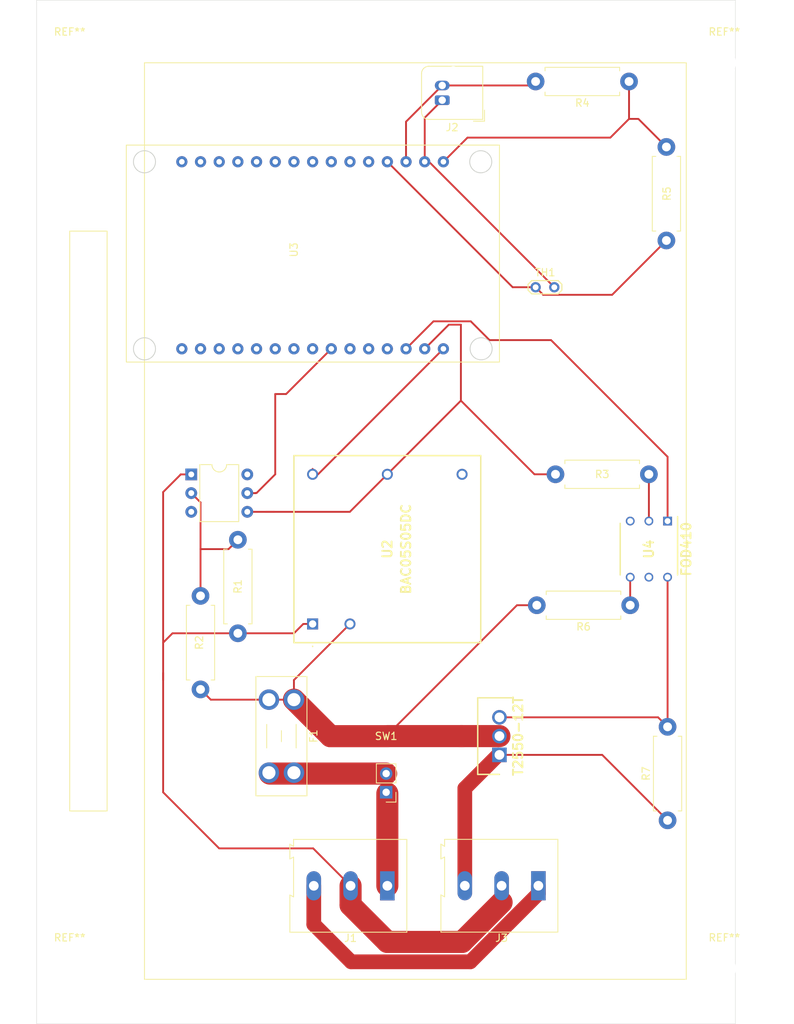
<source format=kicad_pcb>
(kicad_pcb (version 20211014) (generator pcbnew)
  (layers (0 "F.Cu" signal) (31 "B.Cu" signal) (34 "B.Paste" user) (35 "F.Paste" user) (36 "B.SilkS" user "B.Silkscreen") (37 "F.SilkS" user "F.Silkscreen") (38 "B.Mask" user) (39 "F.Mask" user) (44 "Edge.Cuts" user))
  (net 0 "")
  (net 1 "Live (Black)")
  (net 2 "Net-(F1-Pad1)")
  (net 3 "Net-(F1-Pad2)")
  (net 7 "Net-(U2-Pad5)")
  (net 8 "Net-(R1-Pad2)")
  (net 10 "Net-(U3-Pad3)")
  (net 32 "Earth (Green)")
  (net 33 "Net-(U1-Pad5)")
  (net 34 "Neutral (White)")
  (net 35 "Net-(R3-Pad1)")
  (net 36 "Net-(R3-Pad2)")
  (net 37 "Net-(J2-Pad1)")
  (net 38 "Net-(J2-Pad2)")
  (net 39 "Net-(J3-Pad3)")
  (net 40 "Net-(R6-Pad1)")
  (net 41 "Net-(R7-Pad2)")
  (net 42 "Net-(R5-Pad1)")
  (net 43 "Net-(R4-Pad1)")
  (footprint "TerminalBlock:TerminalBlock_Altech_AK300-3_P5.00mm" (layer "F.Cu") (at 96.895 142.23 180)
    (fp_text reference "J3" (at 5 -7.1) (layer "F.SilkS"))
    (fp_text value "AC output terminal")
    (fp_line (start -2.65 6.3) (end 12.75 6.3) (layer "F.SilkS") (width 0.12))
    (fp_line (start 12.75 5.35) (end 13.25 5.65) (layer "F.SilkS") (width 0.12))
    (fp_line (start 12.75 3.9) (end 12.75 -1.5) (layer "F.SilkS") (width 0.12))
    (fp_line (start 13.25 -6.3) (end -2.65 -6.3) (layer "F.SilkS") (width 0.12))
    (fp_line (start 12.75 6.3) (end 12.75 5.35) (layer "F.SilkS") (width 0.12))
    (fp_line (start 13.25 5.65) (end 13.25 3.65) (layer "F.SilkS") (width 0.12))
    (fp_line (start 12.75 -1.5) (end 13.25 -1.25) (layer "F.SilkS") (width 0.12))
    (fp_line (start 13.25 -1.25) (end 13.25 -6.3) (layer "F.SilkS") (width 0.12))
    (fp_line (start -2.65 -6.3) (end -2.65 6.3) (layer "F.SilkS") (width 0.12))
    (fp_line (start 13.25 3.65) (end 12.75 3.9) (layer "F.SilkS") (width 0.12))
    (pad "1" thru_hole rect (at 0 0 180) (size 1.98 3.96) (drill 1.32) (layers *.Cu *.Mask) (net 32 "Earth (Green)"))
    (pad "2" thru_hole oval (at 5 0 180) (size 1.98 3.96) (drill 1.32) (layers *.Cu *.Mask) (net 34 "Neutral (White)"))
    (pad "3" thru_hole oval (at 10 0 180) (size 1.98 3.96) (drill 1.32) (layers *.Cu *.Mask) (net 39 "Net-(J3-Pad3)"))
  )
  (footprint "Resistor_THT:R_Axial_DIN0411_L9.9mm_D3.6mm_P12.70mm_Horizontal" (layer "F.Cu") (at 111.92 86.36 180)
    (fp_text reference "R3" (at 6.35 0 180) (layer "F.SilkS"))
    (fp_text value "150")
    (fp_line (start 1.28 -1.44) (end 1.28 -1.92) (layer "F.SilkS") (width 0.12))
    (fp_line (start 11.42 1.92) (end 11.42 1.44) (layer "F.SilkS") (width 0.12))
    (fp_line (start 1.28 1.44) (end 1.28 1.92) (layer "F.SilkS") (width 0.12))
    (fp_line (start 1.28 -1.92) (end 11.42 -1.92) (layer "F.SilkS") (width 0.12))
    (fp_line (start 11.42 -1.92) (end 11.42 -1.44) (layer "F.SilkS") (width 0.12))
    (fp_line (start 1.28 1.92) (end 11.42 1.92) (layer "F.SilkS") (width 0.12))
    (pad "1" thru_hole circle (at 0 0 180) (size 2.4 2.4) (drill 1.2) (layers *.Cu *.Mask) (net 35 "Net-(R3-Pad1)"))
    (pad "2" thru_hole oval (at 12.7 0 180) (size 2.4 2.4) (drill 1.2) (layers *.Cu *.Mask) (net 36 "Net-(R3-Pad2)"))
  )
  (footprint "Library:TO255P460X1020X2005-3P" (layer "F.Cu") (at 91.6 124.46 90)
    (fp_text reference "U5" hide)
    (fp_text value "T2550-12T" (at 2.54 2.54 90) (layer "F.SilkS") (effects (font (size 1.27 1.27) (thickness 0.254))))
    (fp_line (start 7.75 1.65) (end 7.75 -2.95) (layer "F.SilkS") (width 0.2))
    (fp_line (start -2.65 -2.95) (end -2.65 0) (layer "F.SilkS") (width 0.2))
    (fp_line (start 7.75 -2.95) (end -2.65 -2.95) (layer "F.SilkS") (width 0.2))
    (pad "1" thru_hole rect (at 0 0 90) (size 1.98 1.98) (drill 1.32) (layers *.Cu *.Mask) (net 39 "Net-(J3-Pad3)"))
    (pad "2" thru_hole circle (at 2.55 0 90) (size 1.98 1.98) (drill 1.32) (layers *.Cu *.Mask) (net 2 "Net-(F1-Pad1)"))
    (pad "3" thru_hole circle (at 5.1 0 90) (size 1.98 1.98) (drill 1.32) (layers *.Cu *.Mask) (net 41 "Net-(R7-Pad2)"))
  )
  (footprint "Library:BAC05S05DC" (layer "F.Cu") (at 66.2 106.68 90)
    (fp_text reference "U2" (at 10.16 10.16 90) (layer "F.SilkS") (effects (font (size 1.27 1.27) (thickness 0.254))))
    (fp_text value "BAC05S05DC" (at 10.16 12.7 90) (layer "F.SilkS") (effects (font (size 1.27 1.27) (thickness 0.254))))
    (fp_line (start -2.54 22.86) (end -2.54 -2.54) (layer "F.SilkS") (width 0.2))
    (fp_line (start -3 0) (end -3 0) (layer "F.SilkS") (width 0.1))
    (fp_line (start -3.1 0) (end -3.1 0) (layer "F.SilkS") (width 0.1))
    (fp_line (start 22.86 22.86) (end -2.54 22.86) (layer "F.SilkS") (width 0.2))
    (fp_line (start 22.86 -2.54) (end 22.86 22.86) (layer "F.SilkS") (width 0.2))
    (fp_line (start -2.54 -2.54) (end 22.86 -2.54) (layer "F.SilkS") (width 0.2))
    (fp_arc (start -3.1 0) (mid -3.05 -0.05) (end -3 0) (layer "F.SilkS") (width 0.1))
    (fp_arc (start -3 0) (mid -3.05 0.05) (end -3.1 0) (layer "F.SilkS") (width 0.1))
    (pad "1" thru_hole rect (at 0 0 90) (size 1.5 1.5) (drill 1) (layers *.Cu *.Mask) (net 34 "Neutral (White)"))
    (pad "2" thru_hole circle (at 0 5.08 90) (size 1.5 1.5) (drill 1) (layers *.Cu *.Mask) (net 2 "Net-(F1-Pad1)"))
    (pad "3" thru_hole circle (at 20.32 20.32 90) (size 1.5 1.5) (drill 1) (layers *.Cu *.Mask))
    (pad "4" thru_hole circle (at 20.32 10.16 90) (size 1.5 1.5) (drill 1) (layers *.Cu *.Mask) (net 36 "Net-(R3-Pad2)"))
    (pad "5" thru_hole circle (at 20.32 0 90) (size 1.5 1.5) (drill 1) (layers *.Cu *.Mask) (net 7 "Net-(U2-Pad5)"))
  )
  (footprint "Connector_PinHeader_2.54mm:PinHeader_1x02_P2.54mm_Vertical" (layer "F.Cu") (at 76.2 129.54 180)
    (fp_text reference "SW1" (at 0 7.62) (layer "F.SilkS"))
    (fp_text value "SW_SPST")
    (fp_line (start -1.33 1.27) (end 1.33 1.27) (layer "F.SilkS") (width 0.12))
    (fp_line (start 1.33 1.27) (end 1.33 3.87) (layer "F.SilkS") (width 0.12))
    (fp_line (start -1.33 -1.33) (end 0 -1.33) (layer "F.SilkS") (width 0.12))
    (fp_line (start -1.33 0) (end -1.33 -1.33) (layer "F.SilkS") (width 0.12))
    (fp_line (start -1.33 1.27) (end -1.33 3.87) (layer "F.SilkS") (width 0.12))
    (fp_line (start -1.33 3.87) (end 1.33 3.87) (layer "F.SilkS") (width 0.12))
    (pad "1" thru_hole rect (at 0 0 180) (size 1.7 1.7) (drill 1) (layers *.Cu *.Mask) (net 1 "Live (Black)"))
    (pad "2" thru_hole oval (at 0 2.54 180) (size 1.7 1.7) (drill 1) (layers *.Cu *.Mask) (net 3 "Net-(F1-Pad2)"))
  )
  (footprint "esp-wroom-32:esp-wroom-32-devboard" (layer "F.Cu") (at 66.2 55.88 -90)
    (fp_text reference "U3" (at 0 2.54 -270 unlocked) (layer "F.SilkS"))
    (fp_text value "esp-wroom-32-devboard")
    (fp_rect (start -14.223111 -25.4) (end 15.24 25.327597) (layer "F.SilkS") (width 0.12) (fill none))
    (fp_circle (center -11.96 -22.86) (end -10.46 -22.86) (layer "Edge.Cuts") (width 0.12) (fill none))
    (fp_circle (center 13.44 22.86) (end 14.94 22.86) (layer "Edge.Cuts") (width 0.12) (fill none))
    (fp_circle (center 13.435896 -22.909926) (end 14.935896 -22.909926) (layer "Edge.Cuts") (width 0.12) (fill none))
    (fp_circle (center -11.96 22.86) (end -10.46 22.86) (layer "Edge.Cuts") (width 0.12) (fill none))
    (pad "1" thru_hole circle (at 13.44 -17.78 270) (size 1.524 1.524) (drill 0.762) (layers *.Cu *.Mask) (net 7 "Net-(U2-Pad5)"))
    (pad "2" thru_hole circle (at 13.44 -15.24 270) (size 1.524 1.524) (drill 0.762) (layers *.Cu *.Mask) (net 36 "Net-(R3-Pad2)"))
    (pad "3" thru_hole circle (at 13.44 -12.7 270) (size 1.524 1.524) (drill 0.762) (layers *.Cu *.Mask) (net 10 "Net-(U3-Pad3)"))
    (pad "4" thru_hole circle (at 13.44 -10.16 270) (size 1.524 1.524) (drill 0.762) (layers *.Cu *.Mask))
    (pad "5" thru_hole circle (at 13.44 -7.62 270) (size 1.524 1.524) (drill 0.762) (layers *.Cu *.Mask))
    (pad "6" thru_hole circle (at 13.44 -5.08 270) (size 1.524 1.524) (drill 0.762) (layers *.Cu *.Mask))
    (pad "7" thru_hole circle (at 13.44 -2.54 270) (size 1.524 1.524) (drill 0.762) (layers *.Cu *.Mask) (net 33 "Net-(U1-Pad5)"))
    (pad "8" thru_hole circle (at 13.44 0 270) (size 1.524 1.524) (drill 0.762) (layers *.Cu *.Mask))
    (pad "9" thru_hole circle (at 13.44 2.54 270) (size 1.524 1.524) (drill 0.762) (layers *.Cu *.Mask))
    (pad "10" thru_hole circle (at 13.44 5.08 270) (size 1.524 1.524) (drill 0.762) (layers *.Cu *.Mask))
    (pad "11" thru_hole circle (at 13.44 7.62 270) (size 1.524 1.524) (drill 0.762) (layers *.Cu *.Mask))
    (pad "12" thru_hole circle (at 13.44 10.16 270) (size 1.524 1.524) (drill 0.762) (layers *.Cu *.Mask))
    (pad "13" thru_hole circle (at 13.44 12.7 270) (size 1.524 1.524) (drill 0.762) (layers *.Cu *.Mask))
    (pad "14" thru_hole circle (at 13.44 15.24 270) (size 1.524 1.524) (drill 0.762) (layers *.Cu *.Mask))
    (pad "15" thru_hole circle (at 13.44 17.78 270) (size 1.524 1.524) (drill 0.762) (layers *.Cu *.Mask))
    (pad "16" thru_hole circle (at -11.96 -17.78 270) (size 1.524 1.524) (drill 0.762) (layers *.Cu *.Mask) (net 43 "Net-(R4-Pad1)"))
    (pad "17" thru_hole circle (at -11.96 -15.24 270) (size 1.524 1.524) (drill 0.762) (layers *.Cu *.Mask) (net 37 "Net-(J2-Pad1)"))
    (pad "18" thru_hole circle (at -11.96 -12.7 270) (size 1.524 1.524) (drill 0.762) (layers *.Cu *.Mask) (net 38 "Net-(J2-Pad2)"))
    (pad "19" thru_hole circle (at -11.96 -10.16 270) (size 1.524 1.524) (drill 0.762) (layers *.Cu *.Mask) (net 42 "Net-(R5-Pad1)"))
    (pad "20" thru_hole circle (at -11.96 -7.62 270) (size 1.524 1.524) (drill 0.762) (layers *.Cu *.Mask))
    (pad "21" thru_hole circle (at -11.96 -5.08 270) (size 1.524 1.524) (drill 0.762) (layers *.Cu *.Mask))
    (pad "22" thru_hole circle (at -11.96 -2.54 270) (size 1.524 1.524) (drill 0.762) (layers *.Cu *.Mask))
    (pad "23" thru_hole circle (at -11.96 0 270) (size 1.524 1.524) (drill 0.762) (layers *.Cu *.Mask))
    (pad "24" thru_hole circle (at -11.96 2.54 270) (size 1.524 1.524) (drill 0.762) (layers *.Cu *.Mask))
    (pad "25" thru_hole circle (at -11.96 5.08 270) (size 1.524 1.524) (drill 0.762) (layers *.Cu *.Mask))
    (pad "26" thru_hole circle (at -11.96 7.62 270) (size 1.524 1.524) (drill 0.762) (layers *.Cu *.Mask))
    (pad "27" thru_hole circle (at -11.96 10.16 270) (size 1.524 1.524) (drill 0.762) (layers *.Cu *.Mask))
    (pad "28" thru_hole circle (at -11.96 12.7 270) (size 1.524 1.524) (drill 0.762) (layers *.Cu *.Mask))
    (pad "29" thru_hole circle (at -11.96 15.24 270) (size 1.524 1.524) (drill 0.762) (layers *.Cu *.Mask))
    (pad "30" thru_hole circle (at -11.96 17.78 270) (size 1.524 1.524) (drill 0.762) (layers *.Cu *.Mask))
  )
  (footprint "MountingHole:MountingHole_3.2mm_M3" (layer "F.Cu") (at 33.18 30.48)
    (fp_text reference "REF**" (at 0 -4.2) (layer "F.SilkS"))
    (fp_text value "MountingHole_3.2mm_M3")
    (pad "" np_thru_hole circle locked (at 0 0) (size 3.2 3.2) (drill 3.2) (layers *.Cu *.Mask))
  )
  (footprint "Package_DIP:DIP-6_W7.62mm" (layer "F.Cu") (at 49.7 86.375)
    (fp_text reference "U1" hide)
    (fp_text value "4N25")
    (fp_line (start 6.46 -1.33) (end 4.81 -1.33) (layer "F.SilkS") (width 0.12))
    (fp_line (start 6.46 6.41) (end 6.46 -1.33) (layer "F.SilkS") (width 0.12))
    (fp_line (start 2.81 -1.33) (end 1.16 -1.33) (layer "F.SilkS") (width 0.12))
    (fp_line (start 1.16 6.41) (end 6.46 6.41) (layer "F.SilkS") (width 0.12))
    (fp_line (start 1.16 -1.33) (end 1.16 6.41) (layer "F.SilkS") (width 0.12))
    (fp_arc (start 4.81 -1.33) (mid 3.81 -0.33) (end 2.81 -1.33) (layer "F.SilkS") (width 0.12))
    (pad "1" thru_hole rect (at 0 0) (size 1.6 1.6) (drill 0.8) (layers *.Cu *.Mask) (net 34 "Neutral (White)"))
    (pad "2" thru_hole oval (at 0 2.54) (size 1.6 1.6) (drill 0.8) (layers *.Cu *.Mask) (net 8 "Net-(R1-Pad2)"))
    (pad "3" thru_hole oval (at 0 5.08) (size 1.6 1.6) (drill 0.8) (layers *.Cu *.Mask))
    (pad "4" thru_hole oval (at 7.62 5.08) (size 1.6 1.6) (drill 0.8) (layers *.Cu *.Mask) (net 36 "Net-(R3-Pad2)"))
    (pad "5" thru_hole oval (at 7.62 2.54) (size 1.6 1.6) (drill 0.8) (layers *.Cu *.Mask) (net 33 "Net-(U1-Pad5)"))
    (pad "6" thru_hole oval (at 7.62 0) (size 1.6 1.6) (drill 0.8) (layers *.Cu *.Mask))
  )
  (footprint "TerminalBlock:TerminalBlock_Altech_AK300-3_P5.00mm" (layer "F.Cu") (at 76.36 142.24 180)
    (fp_text reference "J1" (at 5 -7.1) (layer "F.SilkS"))
    (fp_text value "AC Input terminal")
    (fp_line (start 13.25 -1.25) (end 13.25 -6.3) (layer "F.SilkS") (width 0.12))
    (fp_line (start 12.75 6.3) (end 12.75 5.35) (layer "F.SilkS") (width 0.12))
    (fp_line (start 13.25 3.65) (end 12.75 3.9) (layer "F.SilkS") (width 0.12))
    (fp_line (start 13.25 5.65) (end 13.25 3.65) (layer "F.SilkS") (width 0.12))
    (fp_line (start 13.25 -6.3) (end -2.65 -6.3) (layer "F.SilkS") (width 0.12))
    (fp_line (start -2.65 6.3) (end 12.75 6.3) (layer "F.SilkS") (width 0.12))
    (fp_line (start 12.75 5.35) (end 13.25 5.65) (layer "F.SilkS") (width 0.12))
    (fp_line (start -2.65 -6.3) (end -2.65 6.3) (layer "F.SilkS") (width 0.12))
    (fp_line (start 12.75 3.9) (end 12.75 -1.5) (layer "F.SilkS") (width 0.12))
    (fp_line (start 12.75 -1.5) (end 13.25 -1.25) (layer "F.SilkS") (width 0.12))
    (pad "1" thru_hole rect (at 0 0 180) (size 1.98 3.96) (drill 1.32) (layers *.Cu *.Mask) (net 1 "Live (Black)"))
    (pad "2" thru_hole oval (at 5 0 180) (size 1.98 3.96) (drill 1.32) (layers *.Cu *.Mask) (net 34 "Neutral (White)"))
    (pad "3" thru_hole oval (at 10 0 180) (size 1.98 3.96) (drill 1.32) (layers *.Cu *.Mask) (net 32 "Earth (Green)"))
  )
  (footprint "Resistor_THT:R_Axial_DIN0411_L9.9mm_D3.6mm_P12.70mm_Horizontal" (layer "F.Cu") (at 109.38 104.14 180)
    (fp_text reference "R6" (at 6.35 -2.92) (layer "F.SilkS"))
    (fp_text value "180")
    (fp_line (start 1.28 -1.92) (end 11.42 -1.92) (layer "F.SilkS") (width 0.12))
    (fp_line (start 11.42 1.92) (end 11.42 1.44) (layer "F.SilkS") (width 0.12))
    (fp_line (start 11.42 -1.92) (end 11.42 -1.44) (layer "F.SilkS") (width 0.12))
    (fp_line (start 1.28 1.92) (end 11.42 1.92) (layer "F.SilkS") (width 0.12))
    (fp_line (start 1.28 -1.44) (end 1.28 -1.92) (layer "F.SilkS") (width 0.12))
    (fp_line (start 1.28 1.44) (end 1.28 1.92) (layer "F.SilkS") (width 0.12))
    (pad "1" thru_hole circle (at 0 0 180) (size 2.4 2.4) (drill 1.2) (layers *.Cu *.Mask) (net 40 "Net-(R6-Pad1)"))
    (pad "2" thru_hole oval (at 12.7 0 180) (size 2.4 2.4) (drill 1.2) (layers *.Cu *.Mask) (net 2 "Net-(F1-Pad1)"))
  )
  (footprint "TestPoint:TestPoint_2Pads_Pitch2.54mm_Drill0.8mm" (layer "F.Cu") (at 96.52 60.96)
    (fp_text reference "TH1" (at 1.3 -2) (layer "F.SilkS"))
    (fp_text value "Thermistor_NTC")
    (fp_line (start -1.03 0.4) (end -1.03 -0.4) (layer "F.SilkS") (width 0.15))
    (fp_line (start -0.53 -0.9) (end 3.07 -0.9) (layer "F.SilkS") (width 0.15))
    (fp_line (start -1.03 -0.4) (end -0.53 -0.9) (layer "F.SilkS") (width 0.15))
    (fp_line (start 3.07 0.9) (end -0.53 0.9) (layer "F.SilkS") (width 0.15))
    (fp_line (start 3.57 0.4) (end 3.07 0.9) (layer "F.SilkS") (width 0.15))
    (fp_line (start -0.53 0.9) (end -1.03 0.4) (layer "F.SilkS") (width 0.15))
    (fp_line (start 3.57 -0.4) (end 3.57 0.4) (layer "F.SilkS") (width 0.15))
    (fp_line (start 3.07 -0.9) (end 3.57 -0.4) (layer "F.SilkS") (width 0.15))
    (pad "1" thru_hole circle (at 0 0) (size 1.4 1.4) (drill 0.8) (layers *.Cu *.Mask) (net 42 "Net-(R5-Pad1)"))
    (pad "2" thru_hole circle (at 2.54 0) (size 1.4 1.4) (drill 0.8) (layers *.Cu *.Mask) (net 37 "Net-(J2-Pad1)"))
  )
  (footprint "Connector_JST:JST_JWPF_B02B-JWPF-SK-R_1x02_P2.00mm_Vertical" (layer "F.Cu") (at 83.82 35.56 180)
    (fp_text reference "J2" (at -1.35 -3.7) (layer "F.SilkS"))
    (fp_text value "Conn_01x02_Male")
    (fp_line (start -5.75 -1.35) (end -5.75 -2.85) (layer "F.SilkS") (width 0.12))
    (fp_line (start -5.51 -2.61) (end -5.51 4.61) (layer "F.SilkS") (width 0.12))
    (fp_line (start -5.51 4.61) (end 1.81 4.61) (layer "F.SilkS") (width 0.12))
    (fp_line (start 1.81 -2.61) (end -5.51 -2.61) (layer "F.SilkS") (width 0.12))
    (fp_line (start 2.81 -1.61) (end 2.81 3.61) (layer "F.SilkS") (width 0.12))
    (fp_line (start -5.75 -2.85) (end -4.25 -2.85) (layer "F.SilkS") (width 0.12))
    (fp_arc (start 1.81 -2.61) (mid 2.517107 -2.317107) (end 2.81 -1.61) (layer "F.SilkS") (width 0.12))
    (fp_arc (start 2.81 3.61) (mid 2.517107 4.317107) (end 1.81 4.61) (layer "F.SilkS") (width 0.12))
    (pad "" np_thru_hole circle (at -1.5 4.05 180) (size 1.15 1.15) (drill 1.15) (layers *.Cu *.Mask))
    (pad "1" thru_hole roundrect (at 0 0 180) (size 2 1.3) (drill 1) (layers *.Cu *.Mask) (roundrect_rratio 0.192308) (net 37 "Net-(J2-Pad1)"))
    (pad "2" thru_hole oval (at 0 2 180) (size 2 1.3) (drill 1) (layers *.Cu *.Mask) (net 38 "Net-(J2-Pad2)"))
  )
  (footprint "Resistor_THT:R_Axial_DIN0411_L9.9mm_D3.6mm_P12.70mm_Horizontal" (layer "F.Cu") (at 114.3 54.61 90)
    (fp_text reference "R5" (at 6.35 0.07 90) (layer "F.SilkS"))
    (fp_text value "10k")
    (fp_line (start 1.28 -1.44) (end 1.28 -1.92) (layer "F.SilkS") (width 0.12))
    (fp_line (start 1.28 -1.92) (end 11.42 -1.92) (layer "F.SilkS") (width 0.12))
    (fp_line (start 11.42 1.92) (end 11.42 1.44) (layer "F.SilkS") (width 0.12))
    (fp_line (start 11.42 -1.92) (end 11.42 -1.44) (layer "F.SilkS") (width 0.12))
    (fp_line (start 1.28 1.92) (end 11.42 1.92) (layer "F.SilkS") (width 0.12))
    (fp_line (start 1.28 1.44) (end 1.28 1.92) (layer "F.SilkS") (width 0.12))
    (pad "1" thru_hole circle (at 0 0 90) (size 2.4 2.4) (drill 1.2) (layers *.Cu *.Mask) (net 42 "Net-(R5-Pad1)"))
    (pad "2" thru_hole oval (at 12.7 0 90) (size 2.4 2.4) (drill 1.2) (layers *.Cu *.Mask) (net 43 "Net-(R4-Pad1)"))
  )
  (footprint "Fuse:Fuseholder_Blade_Mini_Keystone_3568" (layer "F.Cu") (at 63.66 116.96 -90)
    (fp_text reference "F1" (at 4.96 -2.67 90) (layer "F.SilkS"))
    (fp_text value "Fuse")
    (fp_line (start -3.14 -1.77) (end -3.14 5.17) (layer "F.SilkS") (width 0.12))
    (fp_line (start 4.21 1.7) (end 5.71 1.7) (layer "F.SilkS") (width 0.12))
    (fp_line (start 13.06 5.17) (end 13.06 -1.77) (layer "F.SilkS") (width 0.12))
    (fp_line (start 3.36 -0.3) (end 6.56 -0.3) (layer "F.SilkS") (width 0.12))
    (fp_line (start 6.56 3.7) (end 3.36 3.7) (layer "F.SilkS") (width 0.12))
    (fp_line (start -3.14 5.17) (end 13.06 5.17) (layer "F.SilkS") (width 0.12))
    (fp_line (start 13.06 -1.77) (end -3.14 -1.77) (layer "F.SilkS") (width 0.12))
    (pad "1" thru_hole circle (at 0 3.4 270) (size 2.78 2.78) (drill 1.78) (layers *.Cu *.Mask) (net 2 "Net-(F1-Pad1)"))
    (pad "1" thru_hole circle (at 0 0 270) (size 2.78 2.78) (drill 1.78) (layers *.Cu *.Mask) (net 2 "Net-(F1-Pad1)"))
    (pad "2" thru_hole circle (at 9.92 0 270) (size 2.78 2.78) (drill 1.78) (layers *.Cu *.Mask) (net 3 "Net-(F1-Pad2)"))
    (pad "2" thru_hole circle (at 9.92 3.4 270) (size 2.78 2.78) (drill 1.78) (layers *.Cu *.Mask) (net 3 "Net-(F1-Pad2)"))
  )
  (footprint "Resistor_THT:R_Axial_DIN0411_L9.9mm_D3.6mm_P12.70mm_Horizontal" (layer "F.Cu") (at 109.22 33.02 180)
    (fp_text reference "R4" (at 6.35 -2.92) (layer "F.SilkS"))
    (fp_text value "10k")
    (fp_line (start 1.28 1.92) (end 11.42 1.92) (layer "F.SilkS") (width 0.12))
    (fp_line (start 1.28 1.44) (end 1.28 1.92) (layer "F.SilkS") (width 0.12))
    (fp_line (start 1.28 -1.92) (end 11.42 -1.92) (layer "F.SilkS") (width 0.12))
    (fp_line (start 11.42 -1.92) (end 11.42 -1.44) (layer "F.SilkS") (width 0.12))
    (fp_line (start 11.42 1.92) (end 11.42 1.44) (layer "F.SilkS") (width 0.12))
    (fp_line (start 1.28 -1.44) (end 1.28 -1.92) (layer "F.SilkS") (width 0.12))
    (pad "1" thru_hole circle (at 0 0 180) (size 2.4 2.4) (drill 1.2) (layers *.Cu *.Mask) (net 43 "Net-(R4-Pad1)"))
    (pad "2" thru_hole oval (at 12.7 0 180) (size 2.4 2.4) (drill 1.2) (layers *.Cu *.Mask) (net 38 "Net-(J2-Pad2)"))
  )
  (footprint "Library:DIP762W60P254L730H450Q6N" (layer "F.Cu") (at 111.92 96.52 -90)
    (fp_text reference "U4" (at 0 0 90) (layer "F.SilkS") (effects (font (size 1.27 1.27) (thickness 0.254))))
    (fp_text value "FOD410" (at 0 -5.08 90) (layer "F.SilkS") (effects (font (size 1.27 1.27) (thickness 0.254))))
    (fp_line (start -4.41 -3.9) (end 3.5 -3.9) (layer "F.SilkS") (width 0.2))
    (fp_line (start -3.5 3.9) (end 3.5 3.9) (layer "F.SilkS") (width 0.2))
    (pad "1" thru_hole rect (at -3.81 -2.54 270) (size 1.2 1.2) (drill 0.8) (layers *.Cu *.Mask) (net 10 "Net-(U3-Pad3)"))
    (pad "2" thru_hole circle (at -3.81 0 270) (size 1.2 1.2) (drill 0.8) (layers *.Cu *.Mask) (net 35 "Net-(R3-Pad1)"))
    (pad "3" thru_hole circle (at -3.81 2.54 270) (size 1.2 1.2) (drill 0.8) (layers *.Cu *.Mask))
    (pad "4" thru_hole circle (at 3.81 2.54 270) (size 1.2 1.2) (drill 0.8) (layers *.Cu *.Mask) (net 40 "Net-(R6-Pad1)"))
    (pad "5" thru_hole circle (at 3.81 0 270) (size 1.2 1.2) (drill 0.8) (layers *.Cu *.Mask))
    (pad "6" thru_hole circle (at 3.81 -2.54 270) (size 1.2 1.2) (drill 0.8) (layers *.Cu *.Mask) (net 41 "Net-(R7-Pad2)"))
  )
  (footprint "Resistor_THT:R_Axial_DIN0411_L9.9mm_D3.6mm_P12.70mm_Horizontal" (layer "F.Cu") (at 50.96 102.87 -90)
    (fp_text reference "R2" (at 6.35 0.16 -90) (layer "F.SilkS"))
    (fp_text value "15K")
    (fp_line (start 1.28 -1.92) (end 11.42 -1.92) (layer "F.SilkS") (width 0.12))
    (fp_line (start 1.28 1.92) (end 11.42 1.92) (layer "F.SilkS") (width 0.12))
    (fp_line (start 1.28 -1.44) (end 1.28 -1.92) (layer "F.SilkS") (width 0.12))
    (fp_line (start 11.42 1.92) (end 11.42 1.44) (layer "F.SilkS") (width 0.12))
    (fp_line (start 11.42 -1.92) (end 11.42 -1.44) (layer "F.SilkS") (width 0.12))
    (fp_line (start 1.28 1.44) (end 1.28 1.92) (layer "F.SilkS") (width 0.12))
    (pad "1" thru_hole circle (at 0 0 270) (size 2.4 2.4) (drill 1.2) (layers *.Cu *.Mask) (net 8 "Net-(R1-Pad2)"))
    (pad "2" thru_hole oval (at 12.7 0 270) (size 2.4 2.4) (drill 1.2) (layers *.Cu *.Mask) (net 2 "Net-(F1-Pad1)"))
  )
  (footprint "MountingHole:MountingHole_3.2mm_M3" (layer "F.Cu") (at 122.18 30.48)
    (fp_text reference "REF**" (at 0 -4.2) (layer "F.SilkS"))
    (fp_text value "MountingHole_3.2mm_M3")
    (pad "" np_thru_hole circle locked (at 0 0) (size 3.2 3.2) (drill 3.2) (layers *.Cu *.Mask))
  )
  (footprint "MountingHole:MountingHole_3.2mm_M3" (layer "F.Cu") (at 33.18 153.48)
    (fp_text reference "REF**" (at 0 -4.2) (layer "F.SilkS"))
    (fp_text value "MountingHole_3.2mm_M3")
    (pad "" np_thru_hole circle locked (at 0 0) (size 3.2 3.2) (drill 3.2) (layers *.Cu *.Mask))
  )
  (footprint "MountingHole:MountingHole_3.2mm_M3" (layer "F.Cu") (at 122.18 153.48)
    (fp_text reference "REF**" (at 0 -4.2) (layer "F.SilkS"))
    (fp_text value "MountingHole_3.2mm_M3")
    (pad "" np_thru_hole circle locked (at 0 0) (size 3.2 3.2) (drill 3.2) (layers *.Cu *.Mask))
  )
  (footprint "Resistor_THT:R_Axial_DIN0411_L9.9mm_D3.6mm_P12.70mm_Horizontal" (layer "F.Cu") (at 56.04 107.95 90)
    (fp_text reference "R1" (at 6.35 0 90) (layer "F.SilkS"))
    (fp_text value "220")
    (fp_line (start 11.42 -1.92) (end 11.42 -1.44) (layer "F.SilkS") (width 0.12))
    (fp_line (start 1.28 1.44) (end 1.28 1.92) (layer "F.SilkS") (width 0.12))
    (fp_line (start 1.28 -1.92) (end 11.42 -1.92) (layer "F.SilkS") (width 0.12))
    (fp_line (start 1.28 -1.44) (end 1.28 -1.92) (layer "F.SilkS") (width 0.12))
    (fp_line (start 1.28 1.92) (end 11.42 1.92) (layer "F.SilkS") (width 0.12))
    (fp_line (start 11.42 1.92) (end 11.42 1.44) (layer "F.SilkS") (width 0.12))
    (pad "1" thru_hole circle (at 0 0 90) (size 2.4 2.4) (drill 1.2) (layers *.Cu *.Mask) (net 34 "Neutral (White)"))
    (pad "2" thru_hole oval (at 12.7 0 90) (size 2.4 2.4) (drill 1.2) (layers *.Cu *.Mask) (net 8 "Net-(R1-Pad2)"))
  )
  (footprint "Resistor_THT:R_Axial_DIN0411_L9.9mm_D3.6mm_P12.70mm_Horizontal" (layer "F.Cu") (at 114.46 133.35 90)
    (fp_text reference "R7" (at 6.35 -2.92 90) (layer "F.SilkS"))
    (fp_text value "145")
    (fp_line (start 11.42 -1.92) (end 11.42 -1.44) (layer "F.SilkS") (width 0.12))
    (fp_line (start 1.28 -1.44) (end 1.28 -1.92) (layer "F.SilkS") (width 0.12))
    (fp_line (start 1.28 1.44) (end 1.28 1.92) (layer "F.SilkS") (width 0.12))
    (fp_line (start 1.28 1.92) (end 11.42 1.92) (layer "F.SilkS") (width 0.12))
    (fp_line (start 1.28 -1.92) (end 11.42 -1.92) (layer "F.SilkS") (width 0.12))
    (fp_line (start 11.42 1.92) (end 11.42 1.44) (layer "F.SilkS") (width 0.12))
    (pad "1" thru_hole circle (at 0 0 90) (size 2.4 2.4) (drill 1.2) (layers *.Cu *.Mask) (net 39 "Net-(J3-Pad3)"))
    (pad "2" thru_hole oval (at 12.7 0 90) (size 2.4 2.4) (drill 1.2) (layers *.Cu *.Mask) (net 41 "Net-(R7-Pad2)"))
  )
  (gr_rect locked (start 43.34 30.48) (end 117 154.94) (layer "F.SilkS") (width 0.12) (fill none))
  (gr_rect locked (start 33.18 53.34) (end 38.26 132.08) (layer "F.SilkS") (width 0.12) (fill none))
  (gr_rect locked (start 28.68 21.98) (end 123.68 160.98) (layer "Edge.Cuts") (width 0.05) (fill none))
  (segment (start 52.35 116.96) (end 60.26 116.96) (width 0.25) (layer "F.Cu") (net 2))
  (segment (start 50.96 115.57) (end 52.35 116.96) (width 0.25) (layer "F.Cu") (net 2))
  (segment (start 86.37 121.91) (end 86.36 121.92) (width 0.25) (layer "F.Cu") (net 2))
  (segment (start 76.36 121.76) (end 76.36 121.92) (width 0.25) (layer "F.Cu") (net 2))
  (segment (start 63.66 116.96) (end 68.62 121.92) (width 3) (layer "F.Cu") (net 2))
  (segment (start 93.98 104.14) (end 81.28 116.84) (width 0.25) (layer "F.Cu") (net 2))
  (segment (start 61 116.96) (end 61.12 116.84) (width 0.25) (layer "F.Cu") (net 2))
  (segment (start 81.28 116.84) (end 76.36 121.76) (width 0.25) (layer "F.Cu") (net 2))
  (segment (start 91.6 121.91) (end 86.37 121.91) (width 3) (layer "F.Cu") (net 2))
  (segment (start 63.66 114.3) (end 63.66 116.96) (width 0.25) (layer "F.Cu") (net 2))
  (segment (start 60.26 116.96) (end 63.66 116.96) (width 0.25) (layer "F.Cu") (net 2))
  (segment (start 60.26 116.96) (end 61 116.96) (width 0.25) (layer "F.Cu") (net 2))
  (segment (start 76.37 121.91) (end 86.52 121.91) (width 3) (layer "F.Cu") (net 2))
  (segment (start 96.68 104.14) (end 96.52 104.14) (width 0.25) (layer "F.Cu") (net 2))
  (segment (start 71.28 106.68) (end 63.66 114.3) (width 0.25) (layer "F.Cu") (net 2))
  (segment (start 76.36 121.92) (end 76.37 121.91) (width 0.25) (layer "F.Cu") (net 2))
  (segment (start 68.62 121.92) (end 76.36 121.92) (width 3) (layer "F.Cu") (net 2))
  (segment (start 96.52 104.14) (end 93.98 104.14) (width 0.25) (layer "F.Cu") (net 2))
  (segment (start 76.2 127) (end 60.38 127) (width 3) (layer "F.Cu") (net 3))
  (segment (start 76.36 142.24) (end 76.36 129.7) (width 3) (layer "F.Cu") (net 3))
  (segment (start 76.2 142.08) (end 76.36 142.24) (width 0.25) (layer "F.Cu") (net 3))
  (segment (start 60.38 127) (end 60.26 126.88) (width 0.25) (layer "F.Cu") (net 3))
  (segment (start 76.36 129.7) (end 76.2 129.54) (width 0.25) (layer "F.Cu") (net 3))
  (segment (start 83.98 69.32) (end 66.94 86.36) (width 0.25) (layer "F.Cu") (net 7))
  (segment (start 66.94 86.36) (end 66.2 86.36) (width 0.25) (layer "F.Cu") (net 7))
  (segment (start 66.2 85.62) (end 66.2 86.36) (width 0.25) (layer "F.Cu") (net 7))
  (segment (start 49.7 88.915) (end 50.96 90.175) (width 0.25) (layer "F.Cu") (net 8))
  (segment (start 56.04 95.25) (end 54.77 96.52) (width 0.25) (layer "F.Cu") (net 8))
  (segment (start 50.96 90.175) (end 50.96 96.52) (width 0.25) (layer "F.Cu") (net 8))
  (segment (start 54.77 96.52) (end 50.96 96.52) (width 0.25) (layer "F.Cu") (net 8))
  (segment (start 50.96 96.52) (end 50.96 102.87) (width 0.25) (layer "F.Cu") (net 8))
  (segment (start 87.706176 65.59048) (end 82.62952 65.59048) (width 0.25) (layer "F.Cu") (net 10))
  (segment (start 98.618488 68.138488) (end 90.254184 68.138488) (width 0.25) (layer "F.Cu") (net 10))
  (segment (start 114.46 92.71) (end 114.46 83.98) (width 0.25) (layer "F.Cu") (net 10))
  (segment (start 90.254184 68.138488) (end 87.706176 65.59048) (width 0.25) (layer "F.Cu") (net 10))
  (segment (start 114.46 83.98) (end 98.618488 68.138488) (width 0.25) (layer "F.Cu") (net 10))
  (segment (start 82.62952 65.59048) (end 78.9 69.32) (width 0.25) (layer "F.Cu") (net 10))
  (segment (start 87.638178 152.55952) (end 71.43952 152.55952) (width 2) (layer "F.Cu") (net 32))
  (segment (start 71.43952 152.55952) (end 66.36 147.48) (width 2) (layer "F.Cu") (net 32))
  (segment (start 66.36 142.24) (end 66.2 142.24) (width 0.25) (layer "F.Cu") (net 32))
  (segment (start 96.895 142.23) (end 96.895 143.302698) (width 2) (layer "F.Cu") (net 32))
  (segment (start 66.36 147.48) (end 66.36 142.24) (width 2) (layer "F.Cu") (net 32))
  (segment (start 96.895 143.302698) (end 87.638178 152.55952) (width 2) (layer "F.Cu") (net 32))
  (segment (start 61.12 75.46) (end 62.6 75.46) (width 0.25) (layer "F.Cu") (net 33))
  (segment (start 61.12 75.46) (end 61.12 86.36) (width 0.25) (layer "F.Cu") (net 33))
  (segment (start 61.12 86.36) (end 58.58 88.9) (width 0.25) (layer "F.Cu") (net 33))
  (segment (start 62.6 75.46) (end 68.74 69.32) (width 0.25) (layer "F.Cu") (net 33))
  (segment (start 58.405 88.915) (end 58.42 88.9) (width 0.25) (layer "F.Cu") (net 33))
  (segment (start 57.32 88.915) (end 58.405 88.915) (width 0.25) (layer "F.Cu") (net 33))
  (segment (start 58.42 88.9) (end 58.58 88.9) (width 0.25) (layer "F.Cu") (net 33))
  (segment (start 91.895 142.23) (end 91.895 144.485) (width 0.25) (layer "F.Cu") (net 34))
  (segment (start 53.5 137.16) (end 45.88 129.54) (width 0.25) (layer "F.Cu") (net 34))
  (segment (start 66.28 137.16) (end 53.5 137.16) (width 0.25) (layer "F.Cu") (net 34))
  (segment (start 63.66 107.95) (end 47.15 107.95) (width 0.25) (layer "F.Cu") (net 34))
  (segment (start 45.88 88.77) (end 45.88 114.3) (width 0.25) (layer "F.Cu") (net 34))
  (segment (start 71.36 142.24) (end 66.28 137.16) (width 0.25) (layer "F.Cu") (net 34))
  (segment (start 45.88 129.54) (end 45.88 113.320978) (width 0.25) (layer "F.Cu") (net 34))
  (segment (start 76.36 149.86) (end 71.36 144.86) (width 3) (layer "F.Cu") (net 34))
  (segment (start 48.275 86.375) (end 45.88 88.77) (width 0.25) (layer "F.Cu") (net 34))
  (segment (start 47.15 107.95) (end 45.88 109.22) (width 0.25) (layer "F.Cu") (net 34))
  (segment (start 48.275 86.375) (end 48.245 86.375) (width 0.25) (layer "F.Cu") (net 34))
  (segment (start 64.93 106.68) (end 63.66 107.95) (width 0.25) (layer "F.Cu") (net 34))
  (segment (start 71.36 144.86) (end 71.36 142.24) (width 3) (layer "F.Cu") (net 34))
  (segment (start 91.895 144.485) (end 86.52 149.86) (width 3) (layer "F.Cu") (net 34))
  (segment (start 66.2 106.68) (end 64.93 106.68) (width 0.25) (layer "F.Cu") (net 34))
  (segment (start 86.52 149.86) (end 76.36 149.86) (width 3) (layer "F.Cu") (net 34))
  (segment (start 49.7 86.375) (end 48.275 86.375) (width 0.25) (layer "F.Cu") (net 34))
  (segment (start 111.92 86.36) (end 111.92 92.71) (width 0.25) (layer "F.Cu") (net 35))
  (segment (start 71.265 91.455) (end 76.36 86.36) (width 0.25) (layer "F.Cu") (net 36))
  (segment (start 59.86 91.455) (end 71.265 91.455) (width 0.25) (layer "F.Cu") (net 36))
  (segment (start 84.72 66.04) (end 86.36 66.04) (width 0.25) (layer "F.Cu") (net 36))
  (segment (start 96.36 86.36) (end 86.36 76.36) (width 0.25) (layer "F.Cu") (net 36))
  (segment (start 99.22 86.36) (end 96.36 86.36) (width 0.25) (layer "F.Cu") (net 36))
  (segment (start 86.36 76.36) (end 76.36 86.36) (width 0.25) (layer "F.Cu") (net 36))
  (segment (start 60.945 91.455) (end 60.96 91.44) (width 0.25) (layer "F.Cu") (net 36))
  (segment (start 86.36 66.04) (end 86.36 76.36) (width 0.25) (layer "F.Cu") (net 36))
  (segment (start 81.44 69.32) (end 84.72 66.04) (width 0.25) (layer "F.Cu") (net 36))
  (segment (start 57.32 91.455) (end 60.945 91.455) (width 0.25) (layer "F.Cu") (net 36))
  (segment (start 81.44 37.94) (end 83.82 35.56) (width 0.25) (layer "F.Cu") (net 37))
  (segment (start 82.02 43.92) (end 81.44 43.92) (width 0.25) (layer "F.Cu") (net 37))
  (segment (start 81.44 43.92) (end 81.44 37.94) (width 0.25) (layer "F.Cu") (net 37))
  (segment (start 99.06 60.96) (end 82.02 43.92) (width 0.25) (layer "F.Cu") (net 37))
  (segment (start 95.98 33.56) (end 96.52 33.02) (width 0.25) (layer "F.Cu") (net 38))
  (segment (start 78.9 38.48) (end 83.82 33.56) (width 0.25) (layer "F.Cu") (net 38))
  (segment (start 78.9 43.92) (end 78.9 38.48) (width 0.25) (layer "F.Cu") (net 38))
  (segment (start 83.82 33.56) (end 95.98 33.56) (width 0.25) (layer "F.Cu") (net 38))
  (segment (start 91.6 124.46) (end 91.44 124.46) (width 0.25) (layer "F.Cu") (net 39))
  (segment (start 105.57 124.46) (end 114.46 133.35) (width 0.25) (layer "F.Cu") (net 39))
  (segment (start 91.44 124.46) (end 86.895 129.005) (width 2) (layer "F.Cu") (net 39))
  (segment (start 91.6 124.46) (end 105.57 124.46) (width 0.25) (layer "F.Cu") (net 39))
  (segment (start 86.895 129.005) (end 86.895 142.23) (width 2) (layer "F.Cu") (net 39))
  (segment (start 109.38 104.14) (end 109.38 100.33) (width 0.25) (layer "F.Cu") (net 40))
  (segment (start 113.17 119.36) (end 114.46 120.65) (width 0.25) (layer "F.Cu") (net 41))
  (segment (start 91.6 119.36) (end 113.17 119.36) (width 0.25) (layer "F.Cu") (net 41))
  (segment (start 114.46 100.33) (end 114.46 120.65) (width 0.25) (layer "F.Cu") (net 41))
  (segment (start 106.925489 61.984511) (end 114.3 54.61) (width 0.25) (layer "F.Cu") (net 42))
  (segment (start 97.544511 61.984511) (end 106.925489 61.984511) (width 0.25) (layer "F.Cu") (net 42))
  (segment (start 76.36 43.92) (end 93.4 60.96) (width 0.25) (layer "F.Cu") (net 42))
  (segment (start 96.52 60.96) (end 97.544511 61.984511) (width 0.25) (layer "F.Cu") (net 42))
  (segment (start 93.4 60.96) (end 96.52 60.96) (width 0.25) (layer "F.Cu") (net 42))
  (segment (start 106.68 40.64) (end 109.22 38.1) (width 0.25) (layer "F.Cu") (net 43))
  (segment (start 87.26 40.64) (end 106.68 40.64) (width 0.25) (layer "F.Cu") (net 43))
  (segment (start 109.22 38.1) (end 109.22 33.02) (width 0.25) (layer "F.Cu") (net 43))
  (segment (start 110.49 38.1) (end 109.22 38.1) (width 0.25) (layer "F.Cu") (net 43))
  (segment (start 114.3 41.91) (end 110.49 38.1) (width 0.25) (layer "F.Cu") (net 43))
  (segment (start 83.98 43.92) (end 87.26 40.64) (width 0.25) (layer "F.Cu") (net 43))
)
</source>
